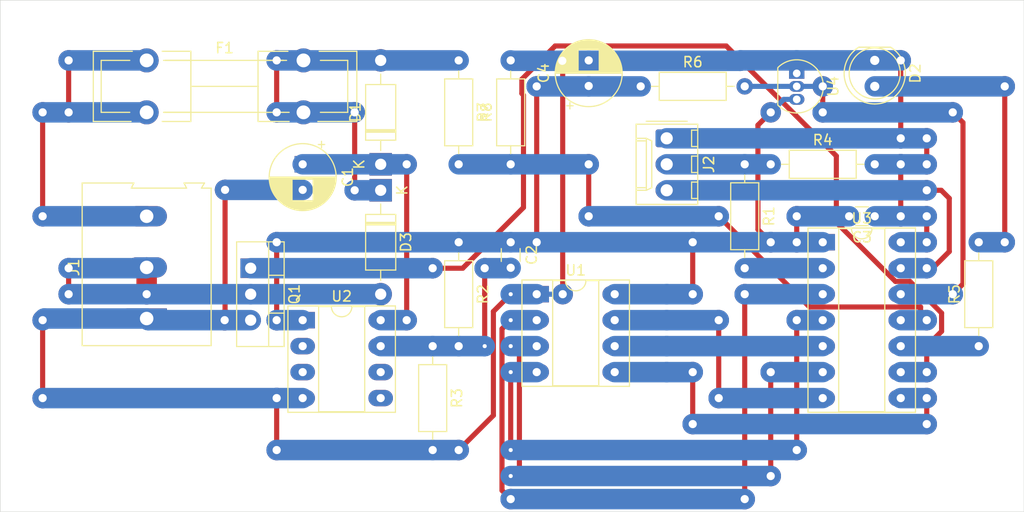
<source format=kicad_pcb>
(kicad_pcb (version 20240108) (generator "pcbnew") (generator_version "8.0")
  (layers (0 "F.Cu" signal) (31 "B.Cu" signal) (34 "B.Paste" user) (35 "F.Paste" user) (36 "B.SilkS" user "B.Silkscreen") (37 "F.SilkS" user "F.Silkscreen") (38 "B.Mask" user) (39 "F.Mask" user) (44 "Edge.Cuts" user))
  (net 0 "")
  (net 1 "GNDREF")
  (net 2 "+BATT")
  (net 3 "Net-(D1-K)")
  (net 4 "Net-(U2-FB)")
  (net 5 "+3.3V")
  (net 6 "Net-(D2-A)")
  (net 7 "Net-(D3-K)")
  (net 8 "Net-(D3-A)")
  (net 9 "Net-(J2-Pin_3)")
  (net 10 "Net-(J2-Pin_2)")
  (net 11 "Net-(Q1-G)")
  (net 12 "Net-(U3-C.5{slash}RX)")
  (net 13 "Net-(U3-B.3)")
  (net 14 "Net-(U3-B.1)")
  (net 15 "Net-(U3-B.2)")
  (net 16 "Net-(U1-NSS)")
  (net 17 "Net-(U1-MISO)")
  (net 18 "Net-(U1-DIO0)")
  (net 19 "Net-(U1-SCK)")
  (net 20 "Net-(U1-RST)")
  (net 21 "Net-(U1-MOSI)")
  (footprint "Capacitor_THT:C_Disc_D3.0mm_W1.6mm_P2.50mm" (layer "F.Cu") (at 149.86 73.66 -90)
    (property "Reference" "C2" (at 1.25 -2.05 90) (layer "F.SilkS"))
    (property "Value" "100pF")
    (pad "1" thru_hole circle (at 0 0 270) (size 1.6 1.6) (drill 0.8) (layers "*.Cu" "*.Mask") (net 5 "+3.3V"))
    (pad "2" thru_hole circle (at 2.5 0 270) (size 1.6 1.6) (drill 0.8) (layers "*.Cu" "*.Mask") (net 4 "Net-(U2-FB)"))
  )
  (footprint "Capacitor_THT:C_Disc_D3.0mm_W1.6mm_P2.50mm" (layer "F.Cu") (at 185.42 71.12 180)
    (property "Reference" "C3" (at 1.25 -2.05 0) (layer "F.SilkS"))
    (property "Value" "100n")
    (pad "1" thru_hole circle (at 0 0 180) (size 1.6 1.6) (drill 0.8) (layers "*.Cu" "*.Mask") (net 1 "GNDREF"))
    (pad "2" thru_hole circle (at 2.5 0 180) (size 1.6 1.6) (drill 0.8) (layers "*.Cu" "*.Mask") (net 5 "+3.3V"))
  )
  (footprint "Diode_THT:D_DO-41_SOD81_P10.16mm_Horizontal" (layer "F.Cu") (at 137.16 66.04 90)
    (property "Reference" "D1" (at 5.08 -2.47 90) (layer "F.SilkS"))
    (property "Value" "1N4004")
    (fp_text user "K" (at 0 -2.1 90) (layer "F.SilkS"))
    (pad "1" thru_hole rect (at 0 0 90) (size 2.2 2.2) (drill 1.1) (layers "*.Cu" "*.Mask") (net 3 "Net-(D1-K)"))
    (pad "2" thru_hole oval (at 10.16 0 90) (size 2.2 2.2) (drill 1.1) (layers "*.Cu" "*.Mask") (net 2 "+BATT"))
  )
  (footprint "LED_THT:LED_D5.0mm" (layer "F.Cu") (at 185.42 55.88 -90)
    (property "Reference" "D2" (at 1.27 -3.96 90) (layer "F.SilkS"))
    (property "Value" "LED")
    (pad "1" thru_hole rect (at 0 0 270) (size 1.8 1.8) (drill 0.9) (layers "*.Cu" "*.Mask") (net 1 "GNDREF"))
    (pad "2" thru_hole circle (at 2.54 0 270) (size 1.8 1.8) (drill 0.9) (layers "*.Cu" "*.Mask") (net 6 "Net-(D2-A)"))
  )
  (footprint "Custom:Fuseholder5x20_horiz_open_lateral_Type-II" (layer "F.Cu") (at 114.3 55.88)
    (property "Reference" "F1" (at 7.61 -1.21 0) (layer "F.SilkS"))
    (property "Value" "250mA")
    (pad "1" thru_hole circle (at 0 0) (size 2.35 2.35) (drill 1.35) (layers "*.Cu" "*.Mask") (net 7 "Net-(D3-K)"))
    (pad "1" thru_hole circle (at 0 5.08) (size 2.35 2.35) (drill 1.35) (layers "*.Cu" "*.Mask") (net 7 "Net-(D3-K)"))
    (pad "2" thru_hole circle (at 15.32 0) (size 2.35 2.35) (drill 1.35) (layers "*.Cu" "*.Mask") (net 2 "+BATT"))
    (pad "2" thru_hole circle (at 15.32 5.08) (size 2.35 2.35) (drill 1.35) (layers "*.Cu" "*.Mask") (net 2 "+BATT"))
  )
  (footprint "TerminalBlock:TerminalBlock_Altech_AK300-3_P5.00mm" (layer "F.Cu") (at 114.3 81.12 90)
    (property "Reference" "J1" (at 5 -7.1 90) (layer "F.SilkS"))
    (property "Value" "Screw_Terminal_01x03")
    (pad "1" thru_hole rect (at 0 0 90) (size 1.98 3.96) (drill 1.32) (layers "*.Cu" "*.Mask") (net 1 "GNDREF"))
    (pad "2" thru_hole oval (at 5 0 90) (size 1.98 3.96) (drill 1.32) (layers "*.Cu" "*.Mask") (net 8 "Net-(D3-A)"))
    (pad "3" thru_hole oval (at 10 0 90) (size 1.98 3.96) (drill 1.32) (layers "*.Cu" "*.Mask") (net 7 "Net-(D3-K)"))
  )
  (footprint "Connector_Molex:Molex_KK-254_AE-6410-03A_1x03_P2.54mm_Vertical" (layer "F.Cu") (at 165.1 63.5 -90)
    (property "Reference" "J2" (at 2.54 -4.12 90) (layer "F.SilkS"))
    (property "Value" "Conn_01x03")
    (pad "1" thru_hole roundrect (at 0 0 270) (size 1.74 2.19) (drill 1.19) (layers "*.Cu" "*.Mask") (roundrect_rratio 0.1436775862) (net 1 "GNDREF"))
    (pad "2" thru_hole oval (at 2.54 0 270) (size 1.74 2.19) (drill 1.19) (layers "*.Cu" "*.Mask") (net 10 "Net-(J2-Pin_2)"))
    (pad "3" thru_hole oval (at 5.08 0 270) (size 1.74 2.19) (drill 1.19) (layers "*.Cu" "*.Mask") (net 9 "Net-(J2-Pin_3)"))
  )
  (footprint "Resistor_THT:R_Axial_DIN0207_L6.3mm_D2.5mm_P10.16mm_Horizontal" (layer "F.Cu") (at 172.72 66.04 -90)
    (property "Reference" "R1" (at 5.08 -2.37 90) (layer "F.SilkS"))
    (property "Value" "22k")
    (pad "1" thru_hole circle (at 0 0 270) (size 1.6 1.6) (drill 0.8) (layers "*.Cu" "*.Mask") (net 10 "Net-(J2-Pin_2)"))
    (pad "2" thru_hole oval (at 10.16 0 270) (size 1.6 1.6) (drill 0.8) (layers "*.Cu" "*.Mask") (net 12 "Net-(U3-C.5{slash}RX)"))
  )
  (footprint "Resistor_THT:R_Axial_DIN0207_L6.3mm_D2.5mm_P10.16mm_Horizontal" (layer "F.Cu") (at 144.78 73.66 -90)
    (property "Reference" "R2" (at 5.08 -2.37 90) (layer "F.SilkS"))
    (property "Value" "330k")
    (pad "1" thru_hole circle (at 0 0 270) (size 1.6 1.6) (drill 0.8) (layers "*.Cu" "*.Mask") (net 5 "+3.3V"))
    (pad "2" thru_hole oval (at 10.16 0 270) (size 1.6 1.6) (drill 0.8) (layers "*.Cu" "*.Mask") (net 4 "Net-(U2-FB)"))
  )
  (footprint "Resistor_THT:R_Axial_DIN0207_L6.3mm_D2.5mm_P10.16mm_Horizontal" (layer "F.Cu") (at 142.24 83.82 -90)
    (property "Reference" "R3" (at 5.08 -2.37 90) (layer "F.SilkS"))
    (property "Value" "220k")
    (pad "1" thru_hole circle (at 0 0 270) (size 1.6 1.6) (drill 0.8) (layers "*.Cu" "*.Mask") (net 4 "Net-(U2-FB)"))
    (pad "2" thru_hole oval (at 10.16 0 270) (size 1.6 1.6) (drill 0.8) (layers "*.Cu" "*.Mask") (net 1 "GNDREF"))
  )
  (footprint "Resistor_THT:R_Axial_DIN0207_L6.3mm_D2.5mm_P10.16mm_Horizontal" (layer "F.Cu") (at 175.26 66.04)
    (property "Reference" "R4" (at 5.08 -2.37 0) (layer "F.SilkS"))
    (property "Value" "10k")
    (pad "1" thru_hole circle (at 0 0) (size 1.6 1.6) (drill 0.8) (layers "*.Cu" "*.Mask") (net 10 "Net-(J2-Pin_2)"))
    (pad "2" thru_hole oval (at 10.16 0) (size 1.6 1.6) (drill 0.8) (layers "*.Cu" "*.Mask") (net 1 "GNDREF"))
  )
  (footprint "Resistor_THT:R_Axial_DIN0207_L6.3mm_D2.5mm_P10.16mm_Horizontal" (layer "F.Cu") (at 195.58 83.82 90)
    (property "Reference" "R5" (at 5.08 -2.37 90) (layer "F.SilkS"))
    (property "Value" "470")
    (pad "1" thru_hole circle (at 0 0 90) (size 1.6 1.6) (drill 0.8) (layers "*.Cu" "*.Mask") (net 13 "Net-(U3-B.3)"))
    (pad "2" thru_hole oval (at 10.16 0 90) (size 1.6 1.6) (drill 0.8) (layers "*.Cu" "*.Mask") (net 6 "Net-(D2-A)"))
  )
  (footprint "Resistor_THT:R_Axial_DIN0207_L6.3mm_D2.5mm_P10.16mm_Horizontal" (layer "F.Cu") (at 162.56 58.42)
    (property "Reference" "R6" (at 5.08 -2.37 0) (layer "F.SilkS"))
    (property "Value" "4.7k")
    (pad "1" thru_hole circle (at 0 0) (size 1.6 1.6) (drill 0.8) (layers "*.Cu" "*.Mask") (net 5 "+3.3V"))
    (pad "2" thru_hole oval (at 10.16 0) (size 1.6 1.6) (drill 0.8) (layers "*.Cu" "*.Mask") (net 14 "Net-(U3-B.1)"))
  )
  (footprint "Resistor_THT:R_Axial_DIN0207_L6.3mm_D2.5mm_P10.16mm_Horizontal" (layer "F.Cu") (at 144.78 55.88 -90)
    (property "Reference" "R7" (at 5.08 -2.37 90) (layer "F.SilkS"))
    (property "Value" "33k")
    (pad "1" thru_hole circle (at 0 0 270) (size 1.6 1.6) (drill 0.8) (layers "*.Cu" "*.Mask") (net 2 "+BATT"))
    (pad "2" thru_hole oval (at 10.16 0 270) (size 1.6 1.6) (drill 0.8) (layers "*.Cu" "*.Mask") (net 15 "Net-(U3-B.2)"))
  )
  (footprint "Resistor_THT:R_Axial_DIN0207_L6.3mm_D2.5mm_P10.16mm_Horizontal" (layer "F.Cu") (at 149.86 66.04 90)
    (property "Reference" "R8" (at 5.08 -2.37 90) (layer "F.SilkS"))
    (property "Value" "4.7k")
    (pad "1" thru_hole circle (at 0 0 90) (size 1.6 1.6) (drill 0.8) (layers "*.Cu" "*.Mask") (net 15 "Net-(U3-B.2)"))
    (pad "2" thru_hole oval (at 10.16 0 90) (size 1.6 1.6) (drill 0.8) (layers "*.Cu" "*.Mask") (net 1 "GNDREF"))
  )
  (footprint "Package_TO_SOT_THT:TO-92_Inline" (layer "F.Cu") (at 177.8 57.15 -90)
    (property "Reference" "U4" (at 1.27 -3.56 90) (layer "F.SilkS"))
    (property "Value" "DS18B20")
    (pad "1" thru_hole rect (at 0 0 270) (size 1.05 1.5) (drill 0.75) (layers "*.Cu" "*.Mask") (net 1 "GNDREF"))
    (pad "2" thru_hole oval (at 1.27 0 270) (size 1.05 1.5) (drill 0.75) (layers "*.Cu" "*.Mask") (net 14 "Net-(U3-B.1)"))
    (pad "3" thru_hole oval (at 2.54 0 270) (size 1.05 1.5) (drill 0.75) (layers "*.Cu" "*.Mask") (net 5 "+3.3V"))
  )
  (footprint "Diode_THT:D_DO-41_SOD81_P10.16mm_Horizontal" (layer "F.Cu") (at 137.16 68.58 -90)
    (property "Reference" "D3" (at 5.08 -2.47 90) (layer "F.SilkS"))
    (property "Value" "1N4004")
    (fp_text user "K" (at 0 -2.1 90) (layer "F.SilkS"))
    (pad "1" thru_hole rect (at 0 0 270) (size 2.2 2.2) (drill 1.1) (layers "*.Cu" "*.Mask") (net 7 "Net-(D3-K)"))
    (pad "2" thru_hole oval (at 10.16 0 270) (size 2.2 2.2) (drill 1.1) (layers "*.Cu" "*.Mask") (net 8 "Net-(D3-A)"))
  )
  (footprint "Package_TO_SOT_THT:TO-220-3_Vertical" (layer "F.Cu") (at 124.46 76.2 -90)
    (property "Reference" "Q1" (at 2.54 -4.27 90) (layer "F.SilkS"))
    (property "Value" "IRLB8721PBF")
    (pad "1" thru_hole rect (at 0 0 270) (size 1.905 2) (drill 1.1) (layers "*.Cu" "*.Mask") (net 11 "Net-(Q1-G)"))
    (pad "2" thru_hole oval (at 2.54 0 270) (size 1.905 2) (drill 1.1) (layers "*.Cu" "*.Mask") (net 8 "Net-(D3-A)"))
    (pad "3" thru_hole oval (at 5.08 0 270) (size 1.905 2) (drill 1.1) (layers "*.Cu" "*.Mask") (net 1 "GNDREF"))
  )
  (footprint "Package_DIP:DIP-8_W7.62mm_Socket_LongPads" (layer "F.Cu") (at 129.54 81.28)
    (property "Reference" "U2" (at 3.81 -2.33 0) (layer "F.SilkS"))
    (property "Value" "MIC2954")
    (pad "1" thru_hole rect (at 0 0) (size 2.4 1.6) (drill 0.8) (layers "*.Cu" "*.Mask") (net 5 "+3.3V"))
    (pad "2" thru_hole oval (at 0 2.54) (size 2.4 1.6) (drill 0.8) (layers "*.Cu" "*.Mask"))
    (pad "3" thru_hole oval (at 0 5.08) (size 2.4 1.6) (drill 0.8) (layers "*.Cu" "*.Mask"))
    (pad "4" thru_hole oval (at 0 7.62) (size 2.4 1.6) (drill 0.8) (layers "*.Cu" "*.Mask") (net 1 "GNDREF"))
    (pad "5" thru_hole oval (at 7.62 7.62) (size 2.4 1.6) (drill 0.8) (layers "*.Cu" "*.Mask"))
    (pad "6" thru_hole oval (at 7.62 5.08) (size 2.4 1.6) (drill 0.8) (layers "*.Cu" "*.Mask"))
    (pad "7" thru_hole oval (at 7.62 2.54) (size 2.4 1.6) (drill 0.8) (layers "*.Cu" "*.Mask") (net 4 "Net-(U2-FB)"))
    (pad "8" thru_hole oval (at 7.62 0) (size 2.4 1.6) (drill 0.8) (layers "*.Cu" "*.Mask") (net 3 "Net-(D1-K)"))
  )
  (footprint "Package_DIP:DIP-8_W7.62mm_Socket_LongPads" (layer "F.Cu") (at 152.4 78.74)
    (property "Reference" "U1" (at 3.81 -2.33 0) (layer "F.SilkS"))
    (property "Value" "Ra01_Breakout_Module")
    (pad "1" thru_hole rect (at 0 0) (size 2.4 1.6) (drill 0.8) (layers "*.Cu" "*.Mask") (net 1 "GNDREF"))
    (pad "2" thru_hole oval (at 0 2.54) (size 2.4 1.6) (drill 0.8) (layers "*.Cu" "*.Mask") (net 20 "Net-(U1-RST)"))
    (pad "3" thru_hole oval (at 0 5.08) (size 2.4 1.6) (drill 0.8) (layers "*.Cu" "*.Mask") (net 19 "Net-(U1-SCK)"))
    (pad "4" thru_hole oval (at 0 7.62) (size 2.4 1.6) (drill 0.8) (layers "*.Cu" "*.Mask") (net 17 "Net-(U1-MISO)"))
    (pad "5" thru_hole oval (at 7.62 7.62) (size 2.4 1.6) (drill 0.8) (layers "*.Cu" "*.Mask") (net 18 "Net-(U1-DIO0)"))
    (pad "6" thru_hole oval (at 7.62 5.08) (size 2.4 1.6) (drill 0.8) (layers "*.Cu" "*.Mask") (net 21 "Net-(U1-MOSI)"))
    (pad "7" thru_hole oval (at 7.62 2.54) (size 2.4 1.6) (drill 0.8) (layers "*.Cu" "*.Mask") (net 16 "Net-(U1-NSS)"))
    (pad "8" thru_hole oval (at 7.62 0) (size 2.4 1.6) (drill 0.8) (layers "*.Cu" "*.Mask") (net 5 "+3.3V"))
  )
  (footprint "Capacitor_THT:CP_Radial_D6.3mm_P2.50mm" (layer "F.Cu") (at 157.48 58.38 90)
    (property "Reference" "C4" (at 1.25 -4.4 90) (layer "F.SilkS"))
    (property "Value" "3.3u")
    (pad "1" thru_hole rect (at 0 0 90) (size 1.6 1.6) (drill 0.8) (layers "*.Cu" "*.Mask") (net 5 "+3.3V"))
    (pad "2" thru_hole circle (at 2.5 0 90) (size 1.6 1.6) (drill 0.8) (layers "*.Cu" "*.Mask") (net 1 "GNDREF"))
  )
  (footprint "Package_DIP:DIP-14_W7.62mm_Socket_LongPads" (layer "F.Cu") (at 180.34 73.66)
    (property "Reference" "U3" (at 3.81 -2.33 0) (layer "F.SilkS"))
    (property "Value" "PICAXE-14M2")
    (pad "1" thru_hole rect (at 0 0) (size 2.4 1.6) (drill 0.8) (layers "*.Cu" "*.Mask") (net 5 "+3.3V"))
    (pad "2" thru_hole oval (at 0 2.54) (size 2.4 1.6) (drill 0.8) (layers "*.Cu" "*.Mask") (net 12 "Net-(U3-C.5{slash}RX)"))
    (pad "3" thru_hole oval (at 0 5.08) (size 2.4 1.6) (drill 0.8) (layers "*.Cu" "*.Mask") (net 20 "Net-(U1-RST)"))
    (pad "4" thru_hole oval (at 0 7.62) (size 2.4 1.6) (drill 0.8) (layers "*.Cu" "*.Mask") (net 17 "Net-(U1-MISO)"))
    (pad "5" thru_hole oval (at 0 10.16) (size 2.4 1.6) (drill 0.8) (layers "*.Cu" "*.Mask") (net 21 "Net-(U1-MOSI)"))
    (pad "6" thru_hole oval (at 0 12.7) (size 2.4 1.6) (drill 0.8) (layers "*.Cu" "*.Mask") (net 19 "Net-(U1-SCK)"))
    (pad "7" thru_hole oval (at 0 15.24) (size 2.4 1.6) (drill 0.8) (layers "*.Cu" "*.Mask") (net 16 "Net-(U1-NSS)"))
    (pad "8" thru_hole oval (at 7.62 15.24) (size 2.4 1.6) (drill 0.8) (layers "*.Cu" "*.Mask") (net 18 "Net-(U1-DIO0)"))
    (pad "9" thru_hole oval (at 7.62 12.7) (size 2.4 1.6) (drill 0.8) (layers "*.Cu" "*.Mask") (net 11 "Net-(Q1-G)"))
    (pad "10" thru_hole oval (at 7.62 10.16) (size 2.4 1.6) (drill 0.8) (layers "*.Cu" "*.Mask") (net 13 "Net-(U3-B.3)"))
    (pad "11" thru_hole oval (at 7.62 7.62) (size 2.4 1.6) (drill 0.8) (layers "*.Cu" "*.Mask") (net 15 "Net-(U3-B.2)"))
    (pad "12" thru_hole oval (at 7.62 5.08) (size 2.4 1.6) (drill 0.8) (layers "*.Cu" "*.Mask") (net 14 "Net-(U3-B.1)"))
    (pad "13" thru_hole oval (at 7.62 2.54) (size 2.4 1.6) (drill 0.8) (layers "*.Cu" "*.Mask") (net 9 "Net-(J2-Pin_3)"))
    (pad "14" thru_hole oval (at 7.62 0) (size 2.4 1.6) (drill 0.8) (layers "*.Cu" "*.Mask") (net 1 "GNDREF"))
  )
  (footprint "Capacitor_THT:CP_Radial_D6.3mm_P2.50mm" (layer "F.Cu") (at 129.54 66.04 -90)
    (property "Reference" "C1" (at 1.25 -4.4 90) (layer "F.SilkS"))
    (property "Value" "100u")
    (pad "1" thru_hole rect (at 0 0 270) (size 1.6 1.6) (drill 0.8) (layers "*.Cu" "*.Mask") (net 3 "Net-(D1-K)"))
    (pad "2" thru_hole circle (at 2.5 0 270) (size 1.6 1.6) (drill 0.8) (layers "*.Cu" "*.Mask") (net 1 "GNDREF"))
  )
  (gr_line (start 200 50) (end 200 100) (stroke (width 0.05)) (layer "Edge.Cuts"))
  (gr_line (start 200 100) (end 100 100) (stroke (width 0.05)) (layer "Edge.Cuts"))
  (gr_line (start 100 100) (end 100 50) (stroke (width 0.05)) (layer "Edge.Cuts"))
  (gr_line (start 100 50) (end 200 50) (stroke (width 0.05)) (layer "Edge.Cuts"))
  (segment (start 187.96 66.04) (end 187.96 71.12) (width 0.5) (layer "F.Cu") (net 1))
  (segment (start 154.94 55.96) (end 154.9 55.92) (width 0.5) (layer "F.Cu") (net 1))
  (segment (start 121.96 68.54) (end 121.96 81.24) (width 0.5) (layer "F.Cu") (net 1))
  (segment (start 149.86 78.74) (end 148.170001 80.429999) (width 0.5) (layer "F.Cu") (net 1))
  (segment (start 148.170001 90.589999) (end 144.78 93.98) (width 0.5) (layer "F.Cu") (net 1))
  (segment (start 190.5 66.04) (end 190.5 63.5) (width 0.5) (layer "F.Cu") (net 1))
  (segment (start 121.96 81.24) (end 121.92 81.28) (width 2) (layer "F.Cu") (net 1))
  (segment (start 154.94 78.74) (end 154.94 55.96) (width 0.5) (layer "F.Cu") (net 1))
  (segment (start 127 93.98) (end 127 88.9) (width 0.5) (layer "F.Cu") (net 1))
  (segment (start 148.170001 80.429999) (end 148.170001 90.589999) (width 0.5) (layer "F.Cu") (net 1))
  (segment (start 190.5 71.12) (end 190.5 73.66) (width 0.5) (layer "F.Cu") (net 1))
  (segment (start 187.96 55.88) (end 187.96 63.5) (width 0.5) (layer "F.Cu") (net 1))
  (segment (start 104.14 81.28) (end 104.14 88.9) (width 0.5) (layer "F.Cu") (net 1))
  (via (at 104.14 88.9) (size 2) (drill 0.8) (layers "F.Cu" "B.Cu") (net 1))
  (via (at 144.78 93.98) (size 2) (drill 0.8) (layers "F.Cu" "B.Cu") (net 1))
  (via (at 149.86 78.74) (size 0.8) (drill 0.4) (layers "F.Cu" "B.Cu") (net 1))
  (via (at 190.5 63.5) (size 2) (drill 0.8) (layers "F.Cu" "B.Cu") (net 1))
  (via (at 190.5 73.66) (size 2) (drill 0.8) (layers "F.Cu" "B.Cu") (net 1))
  (via (at 190.5 66.04) (size 2) (drill 0.8) (layers "F.Cu" "B.Cu") (net 1))
  (via (at 154.94 78.74) (size 2) (drill 0.8) (layers "F.Cu" "B.Cu") (net 1))
  (via (at 154.9 55.92) (size 2) (drill 0.8) (layers "F.Cu" "B.Cu") (net 1))
  (via (at 127 93.98) (size 2) (drill 0.8) (layers "F.Cu" "B.Cu") (net 1))
  (via (at 187.96 63.5) (size 2) (drill 0.8) (layers "F.Cu" "B.Cu") (net 1))
  (via (at 187.96 66.04) (size 2) (drill 0.8) (layers "F.Cu" "B.Cu") (net 1))
  (via (at 190.5 71.12) (size 2) (drill 0.8) (layers "F.Cu" "B.Cu") (net 1))
  (via (at 121.92 81.28) (size 2) (drill 0.8) (layers "F.Cu" "B.Cu") (net 1))
  (via (at 121.96 68.54) (size 2) (drill 0.8) (layers "F.Cu" "B.Cu") (net 1))
  (via (at 187.96 71.12) (size 2) (drill 0.8) (layers "F.Cu" "B.Cu") (net 1))
  (via (at 187.96 55.88) (size 2) (drill 0.8) (layers "F.Cu" "B.Cu") (net 1))
  (via (at 104.14 81.28) (size 2) (drill 0.8) (layers "F.Cu" "B.Cu") (net 1))
  (via (at 127 88.9) (size 2) (drill 0.8) (layers "F.Cu" "B.Cu") (net 1))
  (segment (start 185.42 55.88) (end 187.96 55.88) (width 2) (layer "B.Cu") (net 1))
  (segment (start 154.9 55.92) (end 149.9 55.92) (width 2) (layer "B.Cu") (net 1))
  (segment (start 114.3 81.12) (end 104.3 81.12) (width 2) (layer "B.Cu") (net 1))
  (segment (start 121.92 81.28) (end 124.46 81.28) (width 2) (layer "B.Cu") (net 1))
  (segment (start 142.24 93.98) (end 127 93.98) (width 2) (layer "B.Cu") (net 1))
  (segment (start 190.5 73.66) (end 187.96 73.66) (width 2) (layer "B.Cu") (net 1))
  (segment (start 129.54 68.54) (end 121.96 68.54) (width 2) (layer "B.Cu") (net 1))
  (segment (start 121.92 81.28) (end 114.46 81.28) (width 2) (layer "B.Cu") (net 1))
  (segment (start 172.299998 55.88) (end 172.259998 55.92) (width 2) (layer "B.Cu") (net 1))
  (segment (start 187.96 66.04) (end 190.5 66.04) (width 2) (layer "B.Cu") (net 1))
  (segment (start 142.24 93.98) (end 144.78 93.98) (width 2) (layer "B.Cu") (net 1))
  (segment (start 177.8 57.15) (end 177.8 55.88) (width 0.5) (layer "B.Cu") (net 1))
  (segment (start 172.259998 55.92) (end 157.48 55.92) (width 2) (layer "B.Cu") (net 1))
  (segment (start 114.46 81.28) (end 114.3 81.12) (width 2) (layer "B.Cu") (net 1))
  (segment (start 185.42 71.12) (end 187.96 71.12) (width 2) (layer "B.Cu") (net 1))
  (segment (start 185.42 55.88) (end 177.8 55.88) (width 2) (layer "B.Cu") (net 1))
  (segment (start 187.96 63.5) (end 190.5 63.5) (width 2) (layer "B.Cu") (net 1))
  (segment (start 185.42 66.04) (end 187.96 66.04) (width 2) (layer "B.Cu") (net 1))
  (segment (start 187.96 71.12) (end 190.5 71.12) (width 2) (layer "B.Cu") (net 1))
  (segment (start 165.1 63.5) (end 187.96 63.5) (width 2) (layer "B.Cu") (net 1))
  (segment (start 104.14 88.9) (end 127 88.9) (width 2) (layer "B.Cu") (net 1))
  (segment (start 149.9 55.92) (end 149.86 55.88) (width 2) (layer "B.Cu") (net 1))
  (segment (start 157.48 55.92) (end 154.9 55.92) (width 2) (layer "B.Cu") (net 1))
  (segment (start 152.4 78.74) (end 149.86 78.74) (width 2) (layer "B.Cu") (net 1))
  (segment (start 177.8 55.88) (end 172.299998 55.88) (width 2) (layer "B.Cu") (net 1))
  (segment (start 104.3 81.12) (end 104.14 81.28) (width 2) (layer "B.Cu") (net 1))
  (segment (start 127 88.9) (end 129.54 88.9) (width 2) (layer "B.Cu") (net 1))
  (segment (start 152.4 78.74) (end 154.94 78.74) (width 0.5) (layer "B.Cu") (net 1))
  (segment (start 127 60.96) (end 127 55.88) (width 0.5) (layer "F.Cu") (net 2))
  (segment (start 134.62 68.58) (end 134.62 60.96) (width 0.5) (layer "F.Cu") (net 2))
  (via (at 134.62 60.96) (size 2) (drill 0.8) (layers "F.Cu" "B.Cu") (net 2))
  (via (at 127 55.88) (size 2) (drill 0.8) (layers "F.Cu" "B.Cu") (net 2))
  (via (at 127 60.96) (size 2) (drill 0.8) (layers "F.Cu" "B.Cu") (net 2))
  (via (at 134.62 68.58) (size 2) (drill 0.8) (layers "F.Cu" "B.Cu") (net 2))
  (segment (start 137.16 68.58) (end 134.62 68.58) (width 2) (layer "B.Cu") (net 2))
  (segment (start 134.62 60.96) (end 129.62 60.96) (width 2) (layer "B.Cu") (net 2))
  (segment (start 129.62 60.96) (end 127 60.96) (width 2) (layer "B.Cu") (net 2))
  (segment (start 129.62 55.88) (end 137.16 55.88) (width 2) (layer "B.Cu") (net 2))
  (segment (start 144.78 55.88) (end 137.16 55.88) (width 2) (layer "B.Cu") (net 2))
  (segment (start 129.62 55.88) (end 127 55.88) (width 2) (layer "B.Cu") (net 2))
  (segment (start 139.7 66.04) (end 139.7 81.28) (width 0.5) (layer "F.Cu") (net 3))
  (via (at 139.7 66.04) (size 2) (drill 0.8) (layers "F.Cu" "B.Cu") (net 3))
  (via (at 139.7 81.28) (size 2) (drill 0.8) (layers "F.Cu" "B.Cu") (net 3))
  (segment (start 139.7 81.28) (end 137.16 81.28) (width 2) (layer "B.Cu") (net 3))
  (segment (start 137.16 66.04) (end 139.7 66.04) (width 2) (layer "B.Cu") (net 3))
  (segment (start 137.16 66.04) (end 129.54 66.04) (width 2) (layer "B.Cu") (net 3))
  (segment (start 147.32 78.7) (end 147.32 76.2) (width 0.5) (layer "F.Cu") (net 4))
  (segment (start 147.32 83.82) (end 147.32 78.7) (width 0.5) (layer "F.Cu") (net 4))
  (via (at 147.32 83.82) (size 0.8) (drill 0.4) (layers "F.Cu" "B.Cu") (net 4))
  (via (at 147.32 76.2) (size 2) (drill 0.8) (layers "F.Cu" "B.Cu") (net 4))
  (segment (start 147.32 83.82) (end 147.32 83.82) (width 2) (layer "B.Cu") (net 4))
  (segment (start 144.78 83.82) (end 142.24 83.82) (width 2) (layer "B.Cu") (net 4))
  (segment (start 142.24 83.82) (end 137.16 83.82) (width 2) (layer "B.Cu") (net 4))
  (segment (start 149.82 76.2) (end 149.86 76.16) (width 2) (layer "B.Cu") (net 4))
  (segment (start 147.32 76.2) (end 149.82 76.2) (width 2) (layer "B.Cu") (net 4))
  (segment (start 144.78 83.82) (end 147.32 83.82) (width 2) (layer "B.Cu") (net 4))
  (segment (start 175.26 60.96) (end 174.009999 62.210001) (width 0.5) (layer "F.Cu") (net 5))
  (segment (start 152.4 58.42) (end 152.4 73.66) (width 0.5) (layer "F.Cu") (net 5))
  (segment (start 167.64 78.74) (end 167.64 73.66) (width 0.5) (layer "F.Cu") (net 5))
  (segment (start 174.009999 72.409999) (end 175.26 73.66) (width 0.5) (layer "F.Cu") (net 5))
  (segment (start 127 73.66) (end 127 81.28) (width 0.5) (layer "F.Cu") (net 5))
  (segment (start 174.009999 62.210001) (end 174.009999 72.409999) (width 0.5) (layer "F.Cu") (net 5))
  (segment (start 177.8 71.12) (end 177.8 73.66) (width 0.5) (layer "F.Cu") (net 5))
  (via (at 177.8 71.12) (size 2) (drill 0.8) (layers "F.Cu" "B.Cu") (net 5))
  (via (at 175.26 60.96) (size 2) (drill 0.8) (layers "F.Cu" "B.Cu") (net 5))
  (via (at 152.4 73.66) (size 2) (drill 0.8) (layers "F.Cu" "B.Cu") (net 5))
  (via (at 175.26 73.66) (size 2) (drill 0.8) (layers "F.Cu" "B.Cu") (net 5))
  (via (at 152.4 58.42) (size 2) (drill 0.8) (layers "F.Cu" "B.Cu") (net 5))
  (via (at 167.64 73.66) (size 2) (drill 0.8) (layers "F.Cu" "B.Cu") (net 5))
  (via (at 167.64 78.74) (size 2) (drill 0.8) (layers "F.Cu" "B.Cu") (net 5))
  (via (at 177.8 73.66) (size 2) (drill 0.8) (layers "F.Cu" "B.Cu") (net 5))
  (via (at 127 73.66) (size 2) (drill 0.8) (layers "F.Cu" "B.Cu") (net 5))
  (via (at 127 81.28) (size 2) (drill 0.8) (layers "F.Cu" "B.Cu") (net 5))
  (segment (start 127 73.66) (end 127 73.66) (width 2) (layer "B.Cu") (net 5))
  (segment (start 127 81.28) (end 127 81.28) (width 2) (layer "B.Cu") (net 5))
  (segment (start 167.64 73.66) (end 152.4 73.66) (width 2) (layer "B.Cu") (net 5))
  (segment (start 152.4 73.66) (end 149.86 73.66) (width 2) (layer "B.Cu") (net 5))
  (segment (start 177.8 73.66) (end 175.26 73.66) (width 2) (layer "B.Cu") (net 5))
  (segment (start 182.92 71.12) (end 177.8 71.12) (width 2) (layer "B.Cu") (net 5))
  (segment (start 157.48 58.42) (end 152.4 58.42) (width 2) (layer "B.Cu") (net 5))
  (segment (start 144.78 73.66) (end 127 73.66) (width 2) (layer "B.Cu") (net 5))
  (segment (start 176.53 59.69) (end 175.26 60.96) (width 0.5) (layer "B.Cu") (net 5))
  (segment (start 129.54 81.28) (end 127 81.28) (width 2) (layer "B.Cu") (net 5))
  (segment (start 180.34 73.66) (end 177.8 73.66) (width 2) (layer "B.Cu") (net 5))
  (segment (start 157.48 58.42) (end 162.56 58.42) (width 2) (layer "B.Cu") (net 5))
  (segment (start 165.1 78.74) (end 167.64 78.74) (width 2) (layer "B.Cu") (net 5))
  (segment (start 149.86 73.66) (end 144.78 73.66) (width 2) (layer "B.Cu") (net 5))
  (segment (start 175.26 73.66) (end 167.64 73.66) (width 2) (layer "B.Cu") (net 5))
  (segment (start 165.1 78.74) (end 160.02 78.74) (width 2) (layer "B.Cu") (net 5))
  (segment (start 177.8 59.69) (end 176.53 59.69) (width 0.5) (layer "B.Cu") (net 5))
  (segment (start 198.12 58.42) (end 198.12 73.66) (width 0.5) (layer "F.Cu") (net 6))
  (via (at 198.12 58.42) (size 2) (drill 0.8) (layers "F.Cu" "B.Cu") (net 6))
  (via (at 198.12 73.66) (size 2) (drill 0.8) (layers "F.Cu" "B.Cu") (net 6))
  (segment (start 185.42 58.42) (end 198.12 58.42) (width 2) (layer "B.Cu") (net 6))
  (segment (start 198.12 73.66) (end 195.58 73.66) (width 2) (layer "B.Cu") (net 6))
  (segment (start 104.14 71.12) (end 104.14 60.96) (width 0.5) (layer "F.Cu") (net 7))
  (segment (start 106.68 55.88) (end 106.68 60.96) (width 0.5) (layer "F.Cu") (net 7))
  (via (at 104.14 71.12) (size 2) (drill 0.8) (layers "F.Cu" "B.Cu") (net 7))
  (via (at 104.14 60.96) (size 2) (drill 0.8) (layers "F.Cu" "B.Cu") (net 7))
  (via (at 106.68 60.96) (size 2) (drill 0.8) (layers "F.Cu" "B.Cu") (net 7))
  (via (at 106.68 55.88) (size 2) (drill 0.8) (layers "F.Cu" "B.Cu") (net 7))
  (segment (start 104.14 60.96) (end 114.3 60.96) (width 2) (layer "B.Cu") (net 7))
  (segment (start 114.3 55.88) (end 106.68 55.88) (width 2) (layer "B.Cu") (net 7))
  (segment (start 114.3 71.12) (end 104.14 71.12) (width 2) (layer "B.Cu") (net 7))
  (segment (start 106.68 78.74) (end 106.68 76.2) (width 0.5) (layer "F.Cu") (net 8))
  (segment (start 114.3 78.74) (end 114.3 76.12) (width 2) (layer "F.Cu") (net 8))
  (via (at 114.3 78.74) (size 2) (drill 0.8) (layers "F.Cu" "B.Cu") (net 8))
  (via (at 106.68 78.74) (size 2) (drill 0.8) (layers "F.Cu" "B.Cu") (net 8))
  (via (at 106.68 76.2) (size 2) (drill 0.8) (layers "F.Cu" "B.Cu") (net 8))
  (segment (start 106.68 76.2) (end 114.22 76.2) (width 2) (layer "B.Cu") (net 8))
  (segment (start 124.46 78.74) (end 114.3 78.74) (width 2) (layer "B.Cu") (net 8))
  (segment (start 137.16 78.74) (end 124.46 78.74) (width 2) (layer "B.Cu") (net 8))
  (segment (start 114.3 78.74) (end 106.68 78.74) (width 2) (layer "B.Cu") (net 8))
  (segment (start 114.22 76.2) (end 114.3 76.12) (width 2) (layer "B.Cu") (net 8))
  (segment (start 191.071283 76.2) (end 190.5 76.2) (width 0.5) (layer "F.Cu") (net 9))
  (segment (start 192.70001 69.365797) (end 192.70001 74.571273) (width 0.5) (layer "F.Cu") (net 9))
  (segment (start 190.5 68.58) (end 191.914213 68.58) (width 0.5) (layer "F.Cu") (net 9))
  (segment (start 192.70001 74.571273) (end 191.071283 76.2) (width 0.5) (layer "F.Cu") (net 9))
  (segment (start 191.914213 68.58) (end 192.70001 69.365797) (width 0.5) (layer "F.Cu") (net 9))
  (via (at 190.5 68.58) (size 2) (drill 0.8) (layers "F.Cu" "B.Cu") (net 9))
  (via (at 190.5 76.2) (size 2) (drill 0.8) (layers "F.Cu" "B.Cu") (net 9))
  (segment (start 190.5 76.2) (end 187.96 76.2) (width 2) (layer "B.Cu") (net 9))
  (segment (start 165.1 68.58) (end 190.5 68.58) (width 2) (layer "B.Cu") (net 9))
  (segment (start 172.72 66.04) (end 165.1 66.04) (width 2) (layer "B.Cu") (net 10))
  (segment (start 172.72 66.04) (end 175.26 66.04) (width 2) (layer "B.Cu") (net 10))
  (segment (start 190.5 83.82) (end 191.950001 82.369999) (width 0.5) (layer "F.Cu") (net 11))
  (segment (start 187.439997 77.489999) (end 188.856001 77.489999) (width 0.5) (layer "F.Cu") (net 11))
  (segment (start 150.949999 57.723999) (end 154.203999 54.469999) (width 0.5) (layer "F.Cu") (net 11))
  (segment (start 151.110001 59.276003) (end 150.949999 59.116001) (width 0.5) (layer "F.Cu") (net 11))
  (segment (start 170.916001 54.469999) (end 181.669999 65.223997) (width 0.5) (layer "F.Cu") (net 11))
  (segment (start 181.669999 65.223997) (end 181.669999 71.720001) (width 0.5) (layer "F.Cu") (net 11))
  (segment (start 190.5 86.36) (end 190.5 83.82) (width 0.5) (layer "F.Cu") (net 11))
  (segment (start 150.949999 59.116001) (end 150.949999 57.723999) (width 0.5) (layer "F.Cu") (net 11))
  (segment (start 145.173998 76.2) (end 151.110001 70.263997) (width 0.5) (layer "F.Cu") (net 11))
  (segment (start 151.110001 70.263997) (end 151.110001 59.276003) (width 0.5) (layer "F.Cu") (net 11))
  (segment (start 154.203999 54.469999) (end 170.916001 54.469999) (width 0.5) (layer "F.Cu") (net 11))
  (segment (start 188.856001 77.489999) (end 191.950001 80.583999) (width 0.5) (layer "F.Cu") (net 11))
  (segment (start 181.669999 71.720001) (end 187.439997 77.489999) (width 0.5) (layer "F.Cu") (net 11))
  (segment (start 142.24 76.2) (end 145.173998 76.2) (width 0.5) (layer "F.Cu") (net 11))
  (segment (start 191.950001 80.583999) (end 191.950001 82.369999) (width 0.5) (layer "F.Cu") (net 11))
  (via (at 142.24 76.2) (size 2) (drill 0.8) (layers "F.Cu" "B.Cu") (net 11))
  (via (at 190.5 86.36) (size 2) (drill 0.8) (layers "F.Cu" "B.Cu") (net 11))
  (segment (start 124.46 76.2) (end 142.24 76.2) (width 2) (layer "B.Cu") (net 11))
  (segment (start 187.96 86.36) (end 190.5 86.36) (width 2) (layer "B.Cu") (net 11))
  (segment (start 180.34 76.2) (end 172.72 76.2) (width 2) (layer "B.Cu") (net 12))
  (segment (start 187.96 83.82) (end 195.58 83.82) (width 2) (layer "B.Cu") (net 13))
  (segment (start 193.04 60.96) (end 194.039999 61.959999) (width 0.5) (layer "F.Cu") (net 14))
  (segment (start 194.039999 77.740001) (end 193.04 78.74) (width 0.5) (layer "F.Cu") (net 14))
  (segment (start 194.039999 61.959999) (end 194.039999 77.740001) (width 0.5) (layer "F.Cu") (net 14))
  (segment (start 180.34 58.42) (end 180.34 60.96) (width 0.5) (layer "F.Cu") (net 14))
  (via (at 193.04 78.74) (size 2) (drill 0.8) (layers "F.Cu" "B.Cu") (net 14))
  (via (at 193.04 60.96) (size 2) (drill 0.8) (layers "F.Cu" "B.Cu") (net 14))
  (via (at 180.34 58.42) (size 2) (drill 0.8) (layers "F.Cu" "B.Cu") (net 14))
  (via (at 180.34 60.96) (size 2) (drill 0.8) (layers "F.Cu" "B.Cu") (net 14))
  (segment (start 177.8 58.42) (end 180.34 58.42) (width 0.5) (layer "B.Cu") (net 14))
  (segment (start 193.04 78.74) (end 187.96 78.74) (width 2) (layer "B.Cu") (net 14))
  (segment (start 180.34 60.96) (end 193.04 60.96) (width 2) (layer "B.Cu") (net 14))
  (segment (start 177.8 58.42) (end 172.72 58.42) (width 0.5) (layer "B.Cu") (net 14))
  (segment (start 189.899999 79.990001) (end 179.050001 79.990001) (width 0.5) (layer "F.Cu") (net 15))
  (segment (start 179.050001 79.990001) (end 170.18 71.12) (width 0.5) (layer "F.Cu") (net 15))
  (segment (start 189.899999 80.679999) (end 190.5 81.28) (width 0.5) (layer "F.Cu") (net 15))
  (segment (start 189.899999 79.990001) (end 189.899999 80.679999) (width 0.5) (layer "F.Cu") (net 15))
  (segment (start 157.48 71.12) (end 157.48 66.04) (width 0.5) (layer "F.Cu") (net 15))
  (via (at 157.48 71.12) (size 2) (drill 0.8) (layers "F.Cu" "B.Cu") (net 15))
  (via (at 170.18 71.12) (size 2) (drill 0.8) (layers "F.Cu" "B.Cu") (net 15))
  (via (at 190.5 81.28) (size 2) (drill 0.8) (layers "F.Cu" "B.Cu") (net 15))
  (via (at 157.48 66.04) (size 2) (drill 0.8) (layers "F.Cu" "B.Cu") (net 15))
  (segment (start 149.86 66.04) (end 144.78 66.04) (width 2) (layer "B.Cu") (net 15))
  (segment (start 157.48 66.04) (end 149.86 66.04) (width 2) (layer "B.Cu") (net 15))
  (segment (start 187.96 81.28) (end 190.5 81.28) (width 2) (layer "B.Cu") (net 15))
  (segment (start 170.18 71.12) (end 157.48 71.12) (width 2) (layer "B.Cu") (net 15))
  (segment (start 170.18 81.28) (end 170.18 88.9) (width 0.5) (layer "F.Cu") (net 16))
  (via (at 170.18 81.28) (size 2) (drill 0.8) (layers "F.Cu" "B.Cu") (net 16))
  (via (at 170.18 88.9) (size 2) (drill 0.8) (layers "F.Cu" "B.Cu") (net 16))
  (segment (start 170.18 88.9) (end 180.34 88.9) (width 2) (layer "B.Cu") (net 16))
  (segment (start 165.1 81.28) (end 170.18 81.28) (width 2) (layer "B.Cu") (net 16))
  (segment (start 165.1 81.28) (end 160.02 81.28) (width 2) (layer "B.Cu") (net 16))
  (segment (start 177.8 93.98) (end 177.8 81.28) (width 0.5) (layer "F.Cu") (net 17))
  (segment (start 149.86 93.98) (end 149.86 86.36) (width 0.5) (layer "F.Cu") (net 17))
  (via (at 149.86 93.98) (size 0.8) (drill 0.4) (layers "F.Cu" "B.Cu") (net 17))
  (via (at 149.86 86.36) (size 0.8) (drill 0.4) (layers "F.Cu" "B.Cu") (net 17))
  (via (at 177.8 81.28) (size 2) (drill 0.8) (layers "F.Cu" "B.Cu") (net 17))
  (via (at 177.8 93.98) (size 2) (drill 0.8) (layers "F.Cu" "B.Cu") (net 17))
  (segment (start 177.8 93.98) (end 149.86 93.98) (width 2) (layer "B.Cu") (net 17))
  (segment (start 152.4 86.36) (end 149.86 86.36) (width 2) (layer "B.Cu") (net 17))
  (segment (start 177.8 81.28) (end 180.34 81.28) (width 2) (layer "B.Cu") (net 17))
  (segment (start 167.64 91.44) (end 167.64 86.36) (width 0.5) (layer "F.Cu") (net 18))
  (segment (start 190.5 88.9) (end 190.5 91.44) (width 0.5) (layer "F.Cu") (net 18))
  (via (at 190.5 91.44) (size 2) (drill 0.8) (layers "F.Cu" "B.Cu") (net 18))
  (via (at 167.64 91.44) (size 2) (drill 0.8) (layers "F.Cu" "B.Cu") (net 18))
  (via (at 190.5 88.9) (size 2) (drill 0.8) (layers "F.Cu" "B.Cu") (net 18))
  (via (at 167.64 86.36) (size 2) (drill 0.8) (layers "F.Cu" "B.Cu") (net 18))
  (segment (start 187.96 88.9) (end 190.5 88.9) (width 2) (layer "B.Cu") (net 18))
  (segment (start 190.5 91.44) (end 167.64 91.44) (width 2) (layer "B.Cu") (net 18))
  (segment (start 165.1 86.36) (end 160.02 86.36) (width 2) (layer "B.Cu") (net 18))
  (segment (start 167.64 86.36) (end 165.1 86.36) (width 2) (layer "B.Cu") (net 18))
  (segment (start 175.26 96.52) (end 175.26 86.36) (width 0.5) (layer "F.Cu") (net 19))
  (segment (start 150.710001 84.670001) (end 150.710001 95.669999) (width 0.5) (layer "F.Cu") (net 19))
  (segment (start 149.86 83.82) (end 150.710001 84.670001) (width 0.5) (layer "F.Cu") (net 19))
  (segment (start 150.710001 95.669999) (end 149.86 96.52) (width 0.5) (layer "F.Cu") (net 19))
  (via (at 175.26 86.36) (size 2) (drill 0.8) (layers "F.Cu" "B.Cu") (net 19))
  (via (at 175.26 96.52) (size 2) (drill 0.8) (layers "F.Cu" "B.Cu") (net 19))
  (via (at 149.86 83.82) (size 0.8) (drill 0.4) (layers "F.Cu" "B.Cu") (net 19))
  (via (at 149.86 96.52) (size 0.8) (drill 0.4) (layers "F.Cu" "B.Cu") (net 19))
  (segment (start 175.26 86.36) (end 180.34 86.36) (width 2) (layer "B.Cu") (net 19))
  (segment (start 175.26 96.52) (end 149.86 96.52) (width 2) (layer "B.Cu") (net 19))
  (segment (start 152.4 83.82) (end 149.86 83.82) (width 2) (layer "B.Cu") (net 19))
  (segment (start 172.72 78.74) (end 172.72 98.775) (width 0.5) (layer "F.Cu") (net 20))
  (segment (start 149.009999 97.924999) (end 149.86 98.775) (width 0.5) (layer "F.Cu") (net 20))
  (segment (start 149.009999 82.130001) (end 149.009999 97.924999) (width 0.5) (layer "F.Cu") (net 20))
  (segment (start 149.86 81.28) (end 149.009999 82.130001) (width 0.5) (layer "F.Cu") (net 20))
  (via (at 172.72 98.775) (size 2) (drill 0.8) (layers "F.Cu" "B.Cu") (net 20))
  (via (at 149.86 98.775) (size 2) (drill 0.8) (layers "F.Cu" "B.Cu") (net 20))
  (via (at 172.72 78.74) (size 2) (drill 0.8) (layers "F.Cu" "B.Cu") (net 20))
  (via (at 149.86 81.28) (size 0.8) (drill 0.4) (layers "F.Cu" "B.Cu") (net 20))
  (segment (start 172.72 98.775) (end 149.86 98.775) (width 2) (layer "B.Cu") (net 20))
  (segment (start 152.4 81.28) (end 149.86 81.28) (width 2) (layer "B.Cu") (net 20))
  (segment (start 180.34 78.74) (end 172.72 78.74) (width 2) (layer "B.Cu") (net 20))
  (segment (start 180.34 83.82) (end 165.1 83.82) (width 2) (layer "B.Cu") (net 21))
  (segment (start 165.1 83.82) (end 160.02 83.82) (width 2) (layer "B.Cu") (net 21))
)
</source>
